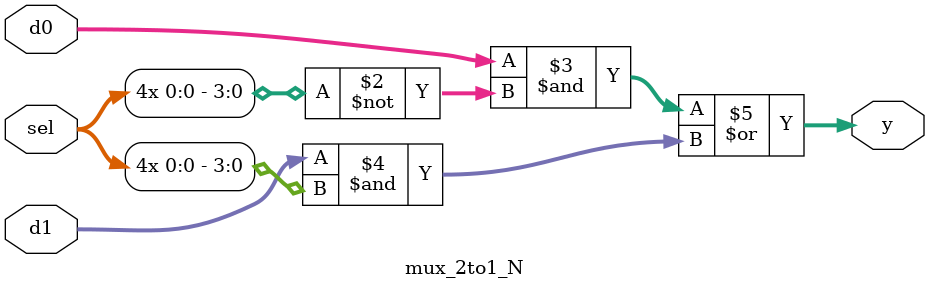
<source format=sv>
module mux_2to1_N #(
    parameter N = 4 // Parámetro para el número de bits
) (
    input logic [N-1:0] d0, d1, // Entradas de datos
    input logic sel,            // Selector de entrada
    output logic [N-1:0] y      // Salida
);

    always_comb begin
        y = (d0 & ~{N{sel}}) | (d1 & {N{sel}});
    end

endmodule

</source>
